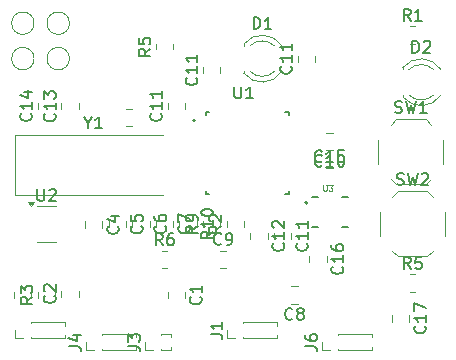
<source format=gbr>
%TF.GenerationSoftware,KiCad,Pcbnew,8.0.8*%
%TF.CreationDate,2025-07-31T23:02:19+05:30*%
%TF.ProjectId,THRUST FC,54485255-5354-4204-9643-2e6b69636164,rev?*%
%TF.SameCoordinates,Original*%
%TF.FileFunction,Legend,Top*%
%TF.FilePolarity,Positive*%
%FSLAX46Y46*%
G04 Gerber Fmt 4.6, Leading zero omitted, Abs format (unit mm)*
G04 Created by KiCad (PCBNEW 8.0.8) date 2025-07-31 23:02:19*
%MOMM*%
%LPD*%
G01*
G04 APERTURE LIST*
%ADD10C,0.150000*%
%ADD11C,0.120000*%
%ADD12C,0.127000*%
%ADD13C,0.200000*%
G04 APERTURE END LIST*
D10*
X122679580Y-86642857D02*
X122727200Y-86690476D01*
X122727200Y-86690476D02*
X122774819Y-86833333D01*
X122774819Y-86833333D02*
X122774819Y-86928571D01*
X122774819Y-86928571D02*
X122727200Y-87071428D01*
X122727200Y-87071428D02*
X122631961Y-87166666D01*
X122631961Y-87166666D02*
X122536723Y-87214285D01*
X122536723Y-87214285D02*
X122346247Y-87261904D01*
X122346247Y-87261904D02*
X122203390Y-87261904D01*
X122203390Y-87261904D02*
X122012914Y-87214285D01*
X122012914Y-87214285D02*
X121917676Y-87166666D01*
X121917676Y-87166666D02*
X121822438Y-87071428D01*
X121822438Y-87071428D02*
X121774819Y-86928571D01*
X121774819Y-86928571D02*
X121774819Y-86833333D01*
X121774819Y-86833333D02*
X121822438Y-86690476D01*
X121822438Y-86690476D02*
X121870057Y-86642857D01*
X122774819Y-85690476D02*
X122774819Y-86261904D01*
X122774819Y-85976190D02*
X121774819Y-85976190D01*
X121774819Y-85976190D02*
X121917676Y-86071428D01*
X121917676Y-86071428D02*
X122012914Y-86166666D01*
X122012914Y-86166666D02*
X122060533Y-86261904D01*
X122774819Y-84738095D02*
X122774819Y-85309523D01*
X122774819Y-85023809D02*
X121774819Y-85023809D01*
X121774819Y-85023809D02*
X121917676Y-85119047D01*
X121917676Y-85119047D02*
X122012914Y-85214285D01*
X122012914Y-85214285D02*
X122060533Y-85309523D01*
X105523809Y-91428628D02*
X105523809Y-91904819D01*
X105190476Y-90904819D02*
X105523809Y-91428628D01*
X105523809Y-91428628D02*
X105857142Y-90904819D01*
X106714285Y-91904819D02*
X106142857Y-91904819D01*
X106428571Y-91904819D02*
X106428571Y-90904819D01*
X106428571Y-90904819D02*
X106333333Y-91047676D01*
X106333333Y-91047676D02*
X106238095Y-91142914D01*
X106238095Y-91142914D02*
X106142857Y-91190533D01*
X122833333Y-108039580D02*
X122785714Y-108087200D01*
X122785714Y-108087200D02*
X122642857Y-108134819D01*
X122642857Y-108134819D02*
X122547619Y-108134819D01*
X122547619Y-108134819D02*
X122404762Y-108087200D01*
X122404762Y-108087200D02*
X122309524Y-107991961D01*
X122309524Y-107991961D02*
X122261905Y-107896723D01*
X122261905Y-107896723D02*
X122214286Y-107706247D01*
X122214286Y-107706247D02*
X122214286Y-107563390D01*
X122214286Y-107563390D02*
X122261905Y-107372914D01*
X122261905Y-107372914D02*
X122309524Y-107277676D01*
X122309524Y-107277676D02*
X122404762Y-107182438D01*
X122404762Y-107182438D02*
X122547619Y-107134819D01*
X122547619Y-107134819D02*
X122642857Y-107134819D01*
X122642857Y-107134819D02*
X122785714Y-107182438D01*
X122785714Y-107182438D02*
X122833333Y-107230057D01*
X123404762Y-107563390D02*
X123309524Y-107515771D01*
X123309524Y-107515771D02*
X123261905Y-107468152D01*
X123261905Y-107468152D02*
X123214286Y-107372914D01*
X123214286Y-107372914D02*
X123214286Y-107325295D01*
X123214286Y-107325295D02*
X123261905Y-107230057D01*
X123261905Y-107230057D02*
X123309524Y-107182438D01*
X123309524Y-107182438D02*
X123404762Y-107134819D01*
X123404762Y-107134819D02*
X123595238Y-107134819D01*
X123595238Y-107134819D02*
X123690476Y-107182438D01*
X123690476Y-107182438D02*
X123738095Y-107230057D01*
X123738095Y-107230057D02*
X123785714Y-107325295D01*
X123785714Y-107325295D02*
X123785714Y-107372914D01*
X123785714Y-107372914D02*
X123738095Y-107468152D01*
X123738095Y-107468152D02*
X123690476Y-107515771D01*
X123690476Y-107515771D02*
X123595238Y-107563390D01*
X123595238Y-107563390D02*
X123404762Y-107563390D01*
X123404762Y-107563390D02*
X123309524Y-107611009D01*
X123309524Y-107611009D02*
X123261905Y-107658628D01*
X123261905Y-107658628D02*
X123214286Y-107753866D01*
X123214286Y-107753866D02*
X123214286Y-107944342D01*
X123214286Y-107944342D02*
X123261905Y-108039580D01*
X123261905Y-108039580D02*
X123309524Y-108087200D01*
X123309524Y-108087200D02*
X123404762Y-108134819D01*
X123404762Y-108134819D02*
X123595238Y-108134819D01*
X123595238Y-108134819D02*
X123690476Y-108087200D01*
X123690476Y-108087200D02*
X123738095Y-108039580D01*
X123738095Y-108039580D02*
X123785714Y-107944342D01*
X123785714Y-107944342D02*
X123785714Y-107753866D01*
X123785714Y-107753866D02*
X123738095Y-107658628D01*
X123738095Y-107658628D02*
X123690476Y-107611009D01*
X123690476Y-107611009D02*
X123595238Y-107563390D01*
X116804819Y-100166666D02*
X116328628Y-100499999D01*
X116804819Y-100738094D02*
X115804819Y-100738094D01*
X115804819Y-100738094D02*
X115804819Y-100357142D01*
X115804819Y-100357142D02*
X115852438Y-100261904D01*
X115852438Y-100261904D02*
X115900057Y-100214285D01*
X115900057Y-100214285D02*
X115995295Y-100166666D01*
X115995295Y-100166666D02*
X116138152Y-100166666D01*
X116138152Y-100166666D02*
X116233390Y-100214285D01*
X116233390Y-100214285D02*
X116281009Y-100261904D01*
X116281009Y-100261904D02*
X116328628Y-100357142D01*
X116328628Y-100357142D02*
X116328628Y-100738094D01*
X115900057Y-99785713D02*
X115852438Y-99738094D01*
X115852438Y-99738094D02*
X115804819Y-99642856D01*
X115804819Y-99642856D02*
X115804819Y-99404761D01*
X115804819Y-99404761D02*
X115852438Y-99309523D01*
X115852438Y-99309523D02*
X115900057Y-99261904D01*
X115900057Y-99261904D02*
X115995295Y-99214285D01*
X115995295Y-99214285D02*
X116090533Y-99214285D01*
X116090533Y-99214285D02*
X116233390Y-99261904D01*
X116233390Y-99261904D02*
X116804819Y-99833332D01*
X116804819Y-99833332D02*
X116804819Y-99214285D01*
X124039580Y-101642857D02*
X124087200Y-101690476D01*
X124087200Y-101690476D02*
X124134819Y-101833333D01*
X124134819Y-101833333D02*
X124134819Y-101928571D01*
X124134819Y-101928571D02*
X124087200Y-102071428D01*
X124087200Y-102071428D02*
X123991961Y-102166666D01*
X123991961Y-102166666D02*
X123896723Y-102214285D01*
X123896723Y-102214285D02*
X123706247Y-102261904D01*
X123706247Y-102261904D02*
X123563390Y-102261904D01*
X123563390Y-102261904D02*
X123372914Y-102214285D01*
X123372914Y-102214285D02*
X123277676Y-102166666D01*
X123277676Y-102166666D02*
X123182438Y-102071428D01*
X123182438Y-102071428D02*
X123134819Y-101928571D01*
X123134819Y-101928571D02*
X123134819Y-101833333D01*
X123134819Y-101833333D02*
X123182438Y-101690476D01*
X123182438Y-101690476D02*
X123230057Y-101642857D01*
X124134819Y-100690476D02*
X124134819Y-101261904D01*
X124134819Y-100976190D02*
X123134819Y-100976190D01*
X123134819Y-100976190D02*
X123277676Y-101071428D01*
X123277676Y-101071428D02*
X123372914Y-101166666D01*
X123372914Y-101166666D02*
X123420533Y-101261904D01*
X124134819Y-99738095D02*
X124134819Y-100309523D01*
X124134819Y-100023809D02*
X123134819Y-100023809D01*
X123134819Y-100023809D02*
X123277676Y-100119047D01*
X123277676Y-100119047D02*
X123372914Y-100214285D01*
X123372914Y-100214285D02*
X123420533Y-100309523D01*
X132833333Y-103804819D02*
X132500000Y-103328628D01*
X132261905Y-103804819D02*
X132261905Y-102804819D01*
X132261905Y-102804819D02*
X132642857Y-102804819D01*
X132642857Y-102804819D02*
X132738095Y-102852438D01*
X132738095Y-102852438D02*
X132785714Y-102900057D01*
X132785714Y-102900057D02*
X132833333Y-102995295D01*
X132833333Y-102995295D02*
X132833333Y-103138152D01*
X132833333Y-103138152D02*
X132785714Y-103233390D01*
X132785714Y-103233390D02*
X132738095Y-103281009D01*
X132738095Y-103281009D02*
X132642857Y-103328628D01*
X132642857Y-103328628D02*
X132261905Y-103328628D01*
X133738095Y-102804819D02*
X133261905Y-102804819D01*
X133261905Y-102804819D02*
X133214286Y-103281009D01*
X133214286Y-103281009D02*
X133261905Y-103233390D01*
X133261905Y-103233390D02*
X133357143Y-103185771D01*
X133357143Y-103185771D02*
X133595238Y-103185771D01*
X133595238Y-103185771D02*
X133690476Y-103233390D01*
X133690476Y-103233390D02*
X133738095Y-103281009D01*
X133738095Y-103281009D02*
X133785714Y-103376247D01*
X133785714Y-103376247D02*
X133785714Y-103614342D01*
X133785714Y-103614342D02*
X133738095Y-103709580D01*
X133738095Y-103709580D02*
X133690476Y-103757200D01*
X133690476Y-103757200D02*
X133595238Y-103804819D01*
X133595238Y-103804819D02*
X133357143Y-103804819D01*
X133357143Y-103804819D02*
X133261905Y-103757200D01*
X133261905Y-103757200D02*
X133214286Y-103709580D01*
X119531905Y-83494819D02*
X119531905Y-82494819D01*
X119531905Y-82494819D02*
X119770000Y-82494819D01*
X119770000Y-82494819D02*
X119912857Y-82542438D01*
X119912857Y-82542438D02*
X120008095Y-82637676D01*
X120008095Y-82637676D02*
X120055714Y-82732914D01*
X120055714Y-82732914D02*
X120103333Y-82923390D01*
X120103333Y-82923390D02*
X120103333Y-83066247D01*
X120103333Y-83066247D02*
X120055714Y-83256723D01*
X120055714Y-83256723D02*
X120008095Y-83351961D01*
X120008095Y-83351961D02*
X119912857Y-83447200D01*
X119912857Y-83447200D02*
X119770000Y-83494819D01*
X119770000Y-83494819D02*
X119531905Y-83494819D01*
X121055714Y-83494819D02*
X120484286Y-83494819D01*
X120770000Y-83494819D02*
X120770000Y-82494819D01*
X120770000Y-82494819D02*
X120674762Y-82637676D01*
X120674762Y-82637676D02*
X120579524Y-82732914D01*
X120579524Y-82732914D02*
X120484286Y-82780533D01*
X102679580Y-90680357D02*
X102727200Y-90727976D01*
X102727200Y-90727976D02*
X102774819Y-90870833D01*
X102774819Y-90870833D02*
X102774819Y-90966071D01*
X102774819Y-90966071D02*
X102727200Y-91108928D01*
X102727200Y-91108928D02*
X102631961Y-91204166D01*
X102631961Y-91204166D02*
X102536723Y-91251785D01*
X102536723Y-91251785D02*
X102346247Y-91299404D01*
X102346247Y-91299404D02*
X102203390Y-91299404D01*
X102203390Y-91299404D02*
X102012914Y-91251785D01*
X102012914Y-91251785D02*
X101917676Y-91204166D01*
X101917676Y-91204166D02*
X101822438Y-91108928D01*
X101822438Y-91108928D02*
X101774819Y-90966071D01*
X101774819Y-90966071D02*
X101774819Y-90870833D01*
X101774819Y-90870833D02*
X101822438Y-90727976D01*
X101822438Y-90727976D02*
X101870057Y-90680357D01*
X102774819Y-89727976D02*
X102774819Y-90299404D01*
X102774819Y-90013690D02*
X101774819Y-90013690D01*
X101774819Y-90013690D02*
X101917676Y-90108928D01*
X101917676Y-90108928D02*
X102012914Y-90204166D01*
X102012914Y-90204166D02*
X102060533Y-90299404D01*
X101774819Y-89394642D02*
X101774819Y-88775595D01*
X101774819Y-88775595D02*
X102155771Y-89108928D01*
X102155771Y-89108928D02*
X102155771Y-88966071D01*
X102155771Y-88966071D02*
X102203390Y-88870833D01*
X102203390Y-88870833D02*
X102251009Y-88823214D01*
X102251009Y-88823214D02*
X102346247Y-88775595D01*
X102346247Y-88775595D02*
X102584342Y-88775595D01*
X102584342Y-88775595D02*
X102679580Y-88823214D01*
X102679580Y-88823214D02*
X102727200Y-88870833D01*
X102727200Y-88870833D02*
X102774819Y-88966071D01*
X102774819Y-88966071D02*
X102774819Y-89251785D01*
X102774819Y-89251785D02*
X102727200Y-89347023D01*
X102727200Y-89347023D02*
X102679580Y-89394642D01*
X125319642Y-95039580D02*
X125272023Y-95087200D01*
X125272023Y-95087200D02*
X125129166Y-95134819D01*
X125129166Y-95134819D02*
X125033928Y-95134819D01*
X125033928Y-95134819D02*
X124891071Y-95087200D01*
X124891071Y-95087200D02*
X124795833Y-94991961D01*
X124795833Y-94991961D02*
X124748214Y-94896723D01*
X124748214Y-94896723D02*
X124700595Y-94706247D01*
X124700595Y-94706247D02*
X124700595Y-94563390D01*
X124700595Y-94563390D02*
X124748214Y-94372914D01*
X124748214Y-94372914D02*
X124795833Y-94277676D01*
X124795833Y-94277676D02*
X124891071Y-94182438D01*
X124891071Y-94182438D02*
X125033928Y-94134819D01*
X125033928Y-94134819D02*
X125129166Y-94134819D01*
X125129166Y-94134819D02*
X125272023Y-94182438D01*
X125272023Y-94182438D02*
X125319642Y-94230057D01*
X126272023Y-95134819D02*
X125700595Y-95134819D01*
X125986309Y-95134819D02*
X125986309Y-94134819D01*
X125986309Y-94134819D02*
X125891071Y-94277676D01*
X125891071Y-94277676D02*
X125795833Y-94372914D01*
X125795833Y-94372914D02*
X125700595Y-94420533D01*
X126891071Y-94134819D02*
X126986309Y-94134819D01*
X126986309Y-94134819D02*
X127081547Y-94182438D01*
X127081547Y-94182438D02*
X127129166Y-94230057D01*
X127129166Y-94230057D02*
X127176785Y-94325295D01*
X127176785Y-94325295D02*
X127224404Y-94515771D01*
X127224404Y-94515771D02*
X127224404Y-94753866D01*
X127224404Y-94753866D02*
X127176785Y-94944342D01*
X127176785Y-94944342D02*
X127129166Y-95039580D01*
X127129166Y-95039580D02*
X127081547Y-95087200D01*
X127081547Y-95087200D02*
X126986309Y-95134819D01*
X126986309Y-95134819D02*
X126891071Y-95134819D01*
X126891071Y-95134819D02*
X126795833Y-95087200D01*
X126795833Y-95087200D02*
X126748214Y-95039580D01*
X126748214Y-95039580D02*
X126700595Y-94944342D01*
X126700595Y-94944342D02*
X126652976Y-94753866D01*
X126652976Y-94753866D02*
X126652976Y-94515771D01*
X126652976Y-94515771D02*
X126700595Y-94325295D01*
X126700595Y-94325295D02*
X126748214Y-94230057D01*
X126748214Y-94230057D02*
X126795833Y-94182438D01*
X126795833Y-94182438D02*
X126891071Y-94134819D01*
X110039580Y-100166666D02*
X110087200Y-100214285D01*
X110087200Y-100214285D02*
X110134819Y-100357142D01*
X110134819Y-100357142D02*
X110134819Y-100452380D01*
X110134819Y-100452380D02*
X110087200Y-100595237D01*
X110087200Y-100595237D02*
X109991961Y-100690475D01*
X109991961Y-100690475D02*
X109896723Y-100738094D01*
X109896723Y-100738094D02*
X109706247Y-100785713D01*
X109706247Y-100785713D02*
X109563390Y-100785713D01*
X109563390Y-100785713D02*
X109372914Y-100738094D01*
X109372914Y-100738094D02*
X109277676Y-100690475D01*
X109277676Y-100690475D02*
X109182438Y-100595237D01*
X109182438Y-100595237D02*
X109134819Y-100452380D01*
X109134819Y-100452380D02*
X109134819Y-100357142D01*
X109134819Y-100357142D02*
X109182438Y-100214285D01*
X109182438Y-100214285D02*
X109230057Y-100166666D01*
X109134819Y-99261904D02*
X109134819Y-99738094D01*
X109134819Y-99738094D02*
X109611009Y-99785713D01*
X109611009Y-99785713D02*
X109563390Y-99738094D01*
X109563390Y-99738094D02*
X109515771Y-99642856D01*
X109515771Y-99642856D02*
X109515771Y-99404761D01*
X109515771Y-99404761D02*
X109563390Y-99309523D01*
X109563390Y-99309523D02*
X109611009Y-99261904D01*
X109611009Y-99261904D02*
X109706247Y-99214285D01*
X109706247Y-99214285D02*
X109944342Y-99214285D01*
X109944342Y-99214285D02*
X110039580Y-99261904D01*
X110039580Y-99261904D02*
X110087200Y-99309523D01*
X110087200Y-99309523D02*
X110134819Y-99404761D01*
X110134819Y-99404761D02*
X110134819Y-99642856D01*
X110134819Y-99642856D02*
X110087200Y-99738094D01*
X110087200Y-99738094D02*
X110039580Y-99785713D01*
X132833333Y-82804819D02*
X132500000Y-82328628D01*
X132261905Y-82804819D02*
X132261905Y-81804819D01*
X132261905Y-81804819D02*
X132642857Y-81804819D01*
X132642857Y-81804819D02*
X132738095Y-81852438D01*
X132738095Y-81852438D02*
X132785714Y-81900057D01*
X132785714Y-81900057D02*
X132833333Y-81995295D01*
X132833333Y-81995295D02*
X132833333Y-82138152D01*
X132833333Y-82138152D02*
X132785714Y-82233390D01*
X132785714Y-82233390D02*
X132738095Y-82281009D01*
X132738095Y-82281009D02*
X132642857Y-82328628D01*
X132642857Y-82328628D02*
X132261905Y-82328628D01*
X133785714Y-82804819D02*
X133214286Y-82804819D01*
X133500000Y-82804819D02*
X133500000Y-81804819D01*
X133500000Y-81804819D02*
X133404762Y-81947676D01*
X133404762Y-81947676D02*
X133309524Y-82042914D01*
X133309524Y-82042914D02*
X133214286Y-82090533D01*
X115894819Y-109333333D02*
X116609104Y-109333333D01*
X116609104Y-109333333D02*
X116751961Y-109380952D01*
X116751961Y-109380952D02*
X116847200Y-109476190D01*
X116847200Y-109476190D02*
X116894819Y-109619047D01*
X116894819Y-109619047D02*
X116894819Y-109714285D01*
X116894819Y-108333333D02*
X116894819Y-108904761D01*
X116894819Y-108619047D02*
X115894819Y-108619047D01*
X115894819Y-108619047D02*
X116037676Y-108714285D01*
X116037676Y-108714285D02*
X116132914Y-108809523D01*
X116132914Y-108809523D02*
X116180533Y-108904761D01*
X117920595Y-88374819D02*
X117920595Y-89184342D01*
X117920595Y-89184342D02*
X117968214Y-89279580D01*
X117968214Y-89279580D02*
X118015833Y-89327200D01*
X118015833Y-89327200D02*
X118111071Y-89374819D01*
X118111071Y-89374819D02*
X118301547Y-89374819D01*
X118301547Y-89374819D02*
X118396785Y-89327200D01*
X118396785Y-89327200D02*
X118444404Y-89279580D01*
X118444404Y-89279580D02*
X118492023Y-89184342D01*
X118492023Y-89184342D02*
X118492023Y-88374819D01*
X119492023Y-89374819D02*
X118920595Y-89374819D01*
X119206309Y-89374819D02*
X119206309Y-88374819D01*
X119206309Y-88374819D02*
X119111071Y-88517676D01*
X119111071Y-88517676D02*
X119015833Y-88612914D01*
X119015833Y-88612914D02*
X118920595Y-88660533D01*
X131516667Y-90557200D02*
X131659524Y-90604819D01*
X131659524Y-90604819D02*
X131897619Y-90604819D01*
X131897619Y-90604819D02*
X131992857Y-90557200D01*
X131992857Y-90557200D02*
X132040476Y-90509580D01*
X132040476Y-90509580D02*
X132088095Y-90414342D01*
X132088095Y-90414342D02*
X132088095Y-90319104D01*
X132088095Y-90319104D02*
X132040476Y-90223866D01*
X132040476Y-90223866D02*
X131992857Y-90176247D01*
X131992857Y-90176247D02*
X131897619Y-90128628D01*
X131897619Y-90128628D02*
X131707143Y-90081009D01*
X131707143Y-90081009D02*
X131611905Y-90033390D01*
X131611905Y-90033390D02*
X131564286Y-89985771D01*
X131564286Y-89985771D02*
X131516667Y-89890533D01*
X131516667Y-89890533D02*
X131516667Y-89795295D01*
X131516667Y-89795295D02*
X131564286Y-89700057D01*
X131564286Y-89700057D02*
X131611905Y-89652438D01*
X131611905Y-89652438D02*
X131707143Y-89604819D01*
X131707143Y-89604819D02*
X131945238Y-89604819D01*
X131945238Y-89604819D02*
X132088095Y-89652438D01*
X132421429Y-89604819D02*
X132659524Y-90604819D01*
X132659524Y-90604819D02*
X132850000Y-89890533D01*
X132850000Y-89890533D02*
X133040476Y-90604819D01*
X133040476Y-90604819D02*
X133278572Y-89604819D01*
X134183333Y-90604819D02*
X133611905Y-90604819D01*
X133897619Y-90604819D02*
X133897619Y-89604819D01*
X133897619Y-89604819D02*
X133802381Y-89747676D01*
X133802381Y-89747676D02*
X133707143Y-89842914D01*
X133707143Y-89842914D02*
X133611905Y-89890533D01*
X116104819Y-100642857D02*
X115628628Y-100976190D01*
X116104819Y-101214285D02*
X115104819Y-101214285D01*
X115104819Y-101214285D02*
X115104819Y-100833333D01*
X115104819Y-100833333D02*
X115152438Y-100738095D01*
X115152438Y-100738095D02*
X115200057Y-100690476D01*
X115200057Y-100690476D02*
X115295295Y-100642857D01*
X115295295Y-100642857D02*
X115438152Y-100642857D01*
X115438152Y-100642857D02*
X115533390Y-100690476D01*
X115533390Y-100690476D02*
X115581009Y-100738095D01*
X115581009Y-100738095D02*
X115628628Y-100833333D01*
X115628628Y-100833333D02*
X115628628Y-101214285D01*
X116104819Y-99690476D02*
X116104819Y-100261904D01*
X116104819Y-99976190D02*
X115104819Y-99976190D01*
X115104819Y-99976190D02*
X115247676Y-100071428D01*
X115247676Y-100071428D02*
X115342914Y-100166666D01*
X115342914Y-100166666D02*
X115390533Y-100261904D01*
X115104819Y-99071428D02*
X115104819Y-98976190D01*
X115104819Y-98976190D02*
X115152438Y-98880952D01*
X115152438Y-98880952D02*
X115200057Y-98833333D01*
X115200057Y-98833333D02*
X115295295Y-98785714D01*
X115295295Y-98785714D02*
X115485771Y-98738095D01*
X115485771Y-98738095D02*
X115723866Y-98738095D01*
X115723866Y-98738095D02*
X115914342Y-98785714D01*
X115914342Y-98785714D02*
X116009580Y-98833333D01*
X116009580Y-98833333D02*
X116057200Y-98880952D01*
X116057200Y-98880952D02*
X116104819Y-98976190D01*
X116104819Y-98976190D02*
X116104819Y-99071428D01*
X116104819Y-99071428D02*
X116057200Y-99166666D01*
X116057200Y-99166666D02*
X116009580Y-99214285D01*
X116009580Y-99214285D02*
X115914342Y-99261904D01*
X115914342Y-99261904D02*
X115723866Y-99309523D01*
X115723866Y-99309523D02*
X115485771Y-99309523D01*
X115485771Y-99309523D02*
X115295295Y-99261904D01*
X115295295Y-99261904D02*
X115200057Y-99214285D01*
X115200057Y-99214285D02*
X115152438Y-99166666D01*
X115152438Y-99166666D02*
X115104819Y-99071428D01*
X103894819Y-110333333D02*
X104609104Y-110333333D01*
X104609104Y-110333333D02*
X104751961Y-110380952D01*
X104751961Y-110380952D02*
X104847200Y-110476190D01*
X104847200Y-110476190D02*
X104894819Y-110619047D01*
X104894819Y-110619047D02*
X104894819Y-110714285D01*
X104228152Y-109428571D02*
X104894819Y-109428571D01*
X103847200Y-109666666D02*
X104561485Y-109904761D01*
X104561485Y-109904761D02*
X104561485Y-109285714D01*
D11*
X125458286Y-96731017D02*
X125458286Y-97119588D01*
X125458286Y-97119588D02*
X125481143Y-97165302D01*
X125481143Y-97165302D02*
X125504001Y-97188160D01*
X125504001Y-97188160D02*
X125549715Y-97211017D01*
X125549715Y-97211017D02*
X125641143Y-97211017D01*
X125641143Y-97211017D02*
X125686858Y-97188160D01*
X125686858Y-97188160D02*
X125709715Y-97165302D01*
X125709715Y-97165302D02*
X125732572Y-97119588D01*
X125732572Y-97119588D02*
X125732572Y-96731017D01*
X125915429Y-96731017D02*
X126212572Y-96731017D01*
X126212572Y-96731017D02*
X126052572Y-96913874D01*
X126052572Y-96913874D02*
X126121143Y-96913874D01*
X126121143Y-96913874D02*
X126166858Y-96936731D01*
X126166858Y-96936731D02*
X126189715Y-96959588D01*
X126189715Y-96959588D02*
X126212572Y-97005302D01*
X126212572Y-97005302D02*
X126212572Y-97119588D01*
X126212572Y-97119588D02*
X126189715Y-97165302D01*
X126189715Y-97165302D02*
X126166858Y-97188160D01*
X126166858Y-97188160D02*
X126121143Y-97211017D01*
X126121143Y-97211017D02*
X125984000Y-97211017D01*
X125984000Y-97211017D02*
X125938286Y-97188160D01*
X125938286Y-97188160D02*
X125915429Y-97165302D01*
D10*
X131666667Y-96657200D02*
X131809524Y-96704819D01*
X131809524Y-96704819D02*
X132047619Y-96704819D01*
X132047619Y-96704819D02*
X132142857Y-96657200D01*
X132142857Y-96657200D02*
X132190476Y-96609580D01*
X132190476Y-96609580D02*
X132238095Y-96514342D01*
X132238095Y-96514342D02*
X132238095Y-96419104D01*
X132238095Y-96419104D02*
X132190476Y-96323866D01*
X132190476Y-96323866D02*
X132142857Y-96276247D01*
X132142857Y-96276247D02*
X132047619Y-96228628D01*
X132047619Y-96228628D02*
X131857143Y-96181009D01*
X131857143Y-96181009D02*
X131761905Y-96133390D01*
X131761905Y-96133390D02*
X131714286Y-96085771D01*
X131714286Y-96085771D02*
X131666667Y-95990533D01*
X131666667Y-95990533D02*
X131666667Y-95895295D01*
X131666667Y-95895295D02*
X131714286Y-95800057D01*
X131714286Y-95800057D02*
X131761905Y-95752438D01*
X131761905Y-95752438D02*
X131857143Y-95704819D01*
X131857143Y-95704819D02*
X132095238Y-95704819D01*
X132095238Y-95704819D02*
X132238095Y-95752438D01*
X132571429Y-95704819D02*
X132809524Y-96704819D01*
X132809524Y-96704819D02*
X133000000Y-95990533D01*
X133000000Y-95990533D02*
X133190476Y-96704819D01*
X133190476Y-96704819D02*
X133428572Y-95704819D01*
X133761905Y-95800057D02*
X133809524Y-95752438D01*
X133809524Y-95752438D02*
X133904762Y-95704819D01*
X133904762Y-95704819D02*
X134142857Y-95704819D01*
X134142857Y-95704819D02*
X134238095Y-95752438D01*
X134238095Y-95752438D02*
X134285714Y-95800057D01*
X134285714Y-95800057D02*
X134333333Y-95895295D01*
X134333333Y-95895295D02*
X134333333Y-95990533D01*
X134333333Y-95990533D02*
X134285714Y-96133390D01*
X134285714Y-96133390D02*
X133714286Y-96704819D01*
X133714286Y-96704819D02*
X134333333Y-96704819D01*
X115039580Y-106166666D02*
X115087200Y-106214285D01*
X115087200Y-106214285D02*
X115134819Y-106357142D01*
X115134819Y-106357142D02*
X115134819Y-106452380D01*
X115134819Y-106452380D02*
X115087200Y-106595237D01*
X115087200Y-106595237D02*
X114991961Y-106690475D01*
X114991961Y-106690475D02*
X114896723Y-106738094D01*
X114896723Y-106738094D02*
X114706247Y-106785713D01*
X114706247Y-106785713D02*
X114563390Y-106785713D01*
X114563390Y-106785713D02*
X114372914Y-106738094D01*
X114372914Y-106738094D02*
X114277676Y-106690475D01*
X114277676Y-106690475D02*
X114182438Y-106595237D01*
X114182438Y-106595237D02*
X114134819Y-106452380D01*
X114134819Y-106452380D02*
X114134819Y-106357142D01*
X114134819Y-106357142D02*
X114182438Y-106214285D01*
X114182438Y-106214285D02*
X114230057Y-106166666D01*
X115134819Y-105214285D02*
X115134819Y-105785713D01*
X115134819Y-105499999D02*
X114134819Y-105499999D01*
X114134819Y-105499999D02*
X114277676Y-105595237D01*
X114277676Y-105595237D02*
X114372914Y-105690475D01*
X114372914Y-105690475D02*
X114420533Y-105785713D01*
X123894819Y-110333333D02*
X124609104Y-110333333D01*
X124609104Y-110333333D02*
X124751961Y-110380952D01*
X124751961Y-110380952D02*
X124847200Y-110476190D01*
X124847200Y-110476190D02*
X124894819Y-110619047D01*
X124894819Y-110619047D02*
X124894819Y-110714285D01*
X123894819Y-109428571D02*
X123894819Y-109619047D01*
X123894819Y-109619047D02*
X123942438Y-109714285D01*
X123942438Y-109714285D02*
X123990057Y-109761904D01*
X123990057Y-109761904D02*
X124132914Y-109857142D01*
X124132914Y-109857142D02*
X124323390Y-109904761D01*
X124323390Y-109904761D02*
X124704342Y-109904761D01*
X124704342Y-109904761D02*
X124799580Y-109857142D01*
X124799580Y-109857142D02*
X124847200Y-109809523D01*
X124847200Y-109809523D02*
X124894819Y-109714285D01*
X124894819Y-109714285D02*
X124894819Y-109523809D01*
X124894819Y-109523809D02*
X124847200Y-109428571D01*
X124847200Y-109428571D02*
X124799580Y-109380952D01*
X124799580Y-109380952D02*
X124704342Y-109333333D01*
X124704342Y-109333333D02*
X124466247Y-109333333D01*
X124466247Y-109333333D02*
X124371009Y-109380952D01*
X124371009Y-109380952D02*
X124323390Y-109428571D01*
X124323390Y-109428571D02*
X124275771Y-109523809D01*
X124275771Y-109523809D02*
X124275771Y-109714285D01*
X124275771Y-109714285D02*
X124323390Y-109809523D01*
X124323390Y-109809523D02*
X124371009Y-109857142D01*
X124371009Y-109857142D02*
X124466247Y-109904761D01*
X114804819Y-100166666D02*
X114328628Y-100499999D01*
X114804819Y-100738094D02*
X113804819Y-100738094D01*
X113804819Y-100738094D02*
X113804819Y-100357142D01*
X113804819Y-100357142D02*
X113852438Y-100261904D01*
X113852438Y-100261904D02*
X113900057Y-100214285D01*
X113900057Y-100214285D02*
X113995295Y-100166666D01*
X113995295Y-100166666D02*
X114138152Y-100166666D01*
X114138152Y-100166666D02*
X114233390Y-100214285D01*
X114233390Y-100214285D02*
X114281009Y-100261904D01*
X114281009Y-100261904D02*
X114328628Y-100357142D01*
X114328628Y-100357142D02*
X114328628Y-100738094D01*
X114804819Y-99690475D02*
X114804819Y-99499999D01*
X114804819Y-99499999D02*
X114757200Y-99404761D01*
X114757200Y-99404761D02*
X114709580Y-99357142D01*
X114709580Y-99357142D02*
X114566723Y-99261904D01*
X114566723Y-99261904D02*
X114376247Y-99214285D01*
X114376247Y-99214285D02*
X113995295Y-99214285D01*
X113995295Y-99214285D02*
X113900057Y-99261904D01*
X113900057Y-99261904D02*
X113852438Y-99309523D01*
X113852438Y-99309523D02*
X113804819Y-99404761D01*
X113804819Y-99404761D02*
X113804819Y-99595237D01*
X113804819Y-99595237D02*
X113852438Y-99690475D01*
X113852438Y-99690475D02*
X113900057Y-99738094D01*
X113900057Y-99738094D02*
X113995295Y-99785713D01*
X113995295Y-99785713D02*
X114233390Y-99785713D01*
X114233390Y-99785713D02*
X114328628Y-99738094D01*
X114328628Y-99738094D02*
X114376247Y-99690475D01*
X114376247Y-99690475D02*
X114423866Y-99595237D01*
X114423866Y-99595237D02*
X114423866Y-99404761D01*
X114423866Y-99404761D02*
X114376247Y-99309523D01*
X114376247Y-99309523D02*
X114328628Y-99261904D01*
X114328628Y-99261904D02*
X114233390Y-99214285D01*
X134039580Y-108642857D02*
X134087200Y-108690476D01*
X134087200Y-108690476D02*
X134134819Y-108833333D01*
X134134819Y-108833333D02*
X134134819Y-108928571D01*
X134134819Y-108928571D02*
X134087200Y-109071428D01*
X134087200Y-109071428D02*
X133991961Y-109166666D01*
X133991961Y-109166666D02*
X133896723Y-109214285D01*
X133896723Y-109214285D02*
X133706247Y-109261904D01*
X133706247Y-109261904D02*
X133563390Y-109261904D01*
X133563390Y-109261904D02*
X133372914Y-109214285D01*
X133372914Y-109214285D02*
X133277676Y-109166666D01*
X133277676Y-109166666D02*
X133182438Y-109071428D01*
X133182438Y-109071428D02*
X133134819Y-108928571D01*
X133134819Y-108928571D02*
X133134819Y-108833333D01*
X133134819Y-108833333D02*
X133182438Y-108690476D01*
X133182438Y-108690476D02*
X133230057Y-108642857D01*
X134134819Y-107690476D02*
X134134819Y-108261904D01*
X134134819Y-107976190D02*
X133134819Y-107976190D01*
X133134819Y-107976190D02*
X133277676Y-108071428D01*
X133277676Y-108071428D02*
X133372914Y-108166666D01*
X133372914Y-108166666D02*
X133420533Y-108261904D01*
X133134819Y-107357142D02*
X133134819Y-106690476D01*
X133134819Y-106690476D02*
X134134819Y-107119047D01*
X122039580Y-101642857D02*
X122087200Y-101690476D01*
X122087200Y-101690476D02*
X122134819Y-101833333D01*
X122134819Y-101833333D02*
X122134819Y-101928571D01*
X122134819Y-101928571D02*
X122087200Y-102071428D01*
X122087200Y-102071428D02*
X121991961Y-102166666D01*
X121991961Y-102166666D02*
X121896723Y-102214285D01*
X121896723Y-102214285D02*
X121706247Y-102261904D01*
X121706247Y-102261904D02*
X121563390Y-102261904D01*
X121563390Y-102261904D02*
X121372914Y-102214285D01*
X121372914Y-102214285D02*
X121277676Y-102166666D01*
X121277676Y-102166666D02*
X121182438Y-102071428D01*
X121182438Y-102071428D02*
X121134819Y-101928571D01*
X121134819Y-101928571D02*
X121134819Y-101833333D01*
X121134819Y-101833333D02*
X121182438Y-101690476D01*
X121182438Y-101690476D02*
X121230057Y-101642857D01*
X122134819Y-100690476D02*
X122134819Y-101261904D01*
X122134819Y-100976190D02*
X121134819Y-100976190D01*
X121134819Y-100976190D02*
X121277676Y-101071428D01*
X121277676Y-101071428D02*
X121372914Y-101166666D01*
X121372914Y-101166666D02*
X121420533Y-101261904D01*
X121230057Y-100309523D02*
X121182438Y-100261904D01*
X121182438Y-100261904D02*
X121134819Y-100166666D01*
X121134819Y-100166666D02*
X121134819Y-99928571D01*
X121134819Y-99928571D02*
X121182438Y-99833333D01*
X121182438Y-99833333D02*
X121230057Y-99785714D01*
X121230057Y-99785714D02*
X121325295Y-99738095D01*
X121325295Y-99738095D02*
X121420533Y-99738095D01*
X121420533Y-99738095D02*
X121563390Y-99785714D01*
X121563390Y-99785714D02*
X122134819Y-100357142D01*
X122134819Y-100357142D02*
X122134819Y-99738095D01*
X110804819Y-85166666D02*
X110328628Y-85499999D01*
X110804819Y-85738094D02*
X109804819Y-85738094D01*
X109804819Y-85738094D02*
X109804819Y-85357142D01*
X109804819Y-85357142D02*
X109852438Y-85261904D01*
X109852438Y-85261904D02*
X109900057Y-85214285D01*
X109900057Y-85214285D02*
X109995295Y-85166666D01*
X109995295Y-85166666D02*
X110138152Y-85166666D01*
X110138152Y-85166666D02*
X110233390Y-85214285D01*
X110233390Y-85214285D02*
X110281009Y-85261904D01*
X110281009Y-85261904D02*
X110328628Y-85357142D01*
X110328628Y-85357142D02*
X110328628Y-85738094D01*
X109804819Y-84261904D02*
X109804819Y-84738094D01*
X109804819Y-84738094D02*
X110281009Y-84785713D01*
X110281009Y-84785713D02*
X110233390Y-84738094D01*
X110233390Y-84738094D02*
X110185771Y-84642856D01*
X110185771Y-84642856D02*
X110185771Y-84404761D01*
X110185771Y-84404761D02*
X110233390Y-84309523D01*
X110233390Y-84309523D02*
X110281009Y-84261904D01*
X110281009Y-84261904D02*
X110376247Y-84214285D01*
X110376247Y-84214285D02*
X110614342Y-84214285D01*
X110614342Y-84214285D02*
X110709580Y-84261904D01*
X110709580Y-84261904D02*
X110757200Y-84309523D01*
X110757200Y-84309523D02*
X110804819Y-84404761D01*
X110804819Y-84404761D02*
X110804819Y-84642856D01*
X110804819Y-84642856D02*
X110757200Y-84738094D01*
X110757200Y-84738094D02*
X110709580Y-84785713D01*
X111833333Y-101804819D02*
X111500000Y-101328628D01*
X111261905Y-101804819D02*
X111261905Y-100804819D01*
X111261905Y-100804819D02*
X111642857Y-100804819D01*
X111642857Y-100804819D02*
X111738095Y-100852438D01*
X111738095Y-100852438D02*
X111785714Y-100900057D01*
X111785714Y-100900057D02*
X111833333Y-100995295D01*
X111833333Y-100995295D02*
X111833333Y-101138152D01*
X111833333Y-101138152D02*
X111785714Y-101233390D01*
X111785714Y-101233390D02*
X111738095Y-101281009D01*
X111738095Y-101281009D02*
X111642857Y-101328628D01*
X111642857Y-101328628D02*
X111261905Y-101328628D01*
X112690476Y-100804819D02*
X112500000Y-100804819D01*
X112500000Y-100804819D02*
X112404762Y-100852438D01*
X112404762Y-100852438D02*
X112357143Y-100900057D01*
X112357143Y-100900057D02*
X112261905Y-101042914D01*
X112261905Y-101042914D02*
X112214286Y-101233390D01*
X112214286Y-101233390D02*
X112214286Y-101614342D01*
X112214286Y-101614342D02*
X112261905Y-101709580D01*
X112261905Y-101709580D02*
X112309524Y-101757200D01*
X112309524Y-101757200D02*
X112404762Y-101804819D01*
X112404762Y-101804819D02*
X112595238Y-101804819D01*
X112595238Y-101804819D02*
X112690476Y-101757200D01*
X112690476Y-101757200D02*
X112738095Y-101709580D01*
X112738095Y-101709580D02*
X112785714Y-101614342D01*
X112785714Y-101614342D02*
X112785714Y-101376247D01*
X112785714Y-101376247D02*
X112738095Y-101281009D01*
X112738095Y-101281009D02*
X112690476Y-101233390D01*
X112690476Y-101233390D02*
X112595238Y-101185771D01*
X112595238Y-101185771D02*
X112404762Y-101185771D01*
X112404762Y-101185771D02*
X112309524Y-101233390D01*
X112309524Y-101233390D02*
X112261905Y-101281009D01*
X112261905Y-101281009D02*
X112214286Y-101376247D01*
X112039580Y-100166666D02*
X112087200Y-100214285D01*
X112087200Y-100214285D02*
X112134819Y-100357142D01*
X112134819Y-100357142D02*
X112134819Y-100452380D01*
X112134819Y-100452380D02*
X112087200Y-100595237D01*
X112087200Y-100595237D02*
X111991961Y-100690475D01*
X111991961Y-100690475D02*
X111896723Y-100738094D01*
X111896723Y-100738094D02*
X111706247Y-100785713D01*
X111706247Y-100785713D02*
X111563390Y-100785713D01*
X111563390Y-100785713D02*
X111372914Y-100738094D01*
X111372914Y-100738094D02*
X111277676Y-100690475D01*
X111277676Y-100690475D02*
X111182438Y-100595237D01*
X111182438Y-100595237D02*
X111134819Y-100452380D01*
X111134819Y-100452380D02*
X111134819Y-100357142D01*
X111134819Y-100357142D02*
X111182438Y-100214285D01*
X111182438Y-100214285D02*
X111230057Y-100166666D01*
X111134819Y-99309523D02*
X111134819Y-99499999D01*
X111134819Y-99499999D02*
X111182438Y-99595237D01*
X111182438Y-99595237D02*
X111230057Y-99642856D01*
X111230057Y-99642856D02*
X111372914Y-99738094D01*
X111372914Y-99738094D02*
X111563390Y-99785713D01*
X111563390Y-99785713D02*
X111944342Y-99785713D01*
X111944342Y-99785713D02*
X112039580Y-99738094D01*
X112039580Y-99738094D02*
X112087200Y-99690475D01*
X112087200Y-99690475D02*
X112134819Y-99595237D01*
X112134819Y-99595237D02*
X112134819Y-99404761D01*
X112134819Y-99404761D02*
X112087200Y-99309523D01*
X112087200Y-99309523D02*
X112039580Y-99261904D01*
X112039580Y-99261904D02*
X111944342Y-99214285D01*
X111944342Y-99214285D02*
X111706247Y-99214285D01*
X111706247Y-99214285D02*
X111611009Y-99261904D01*
X111611009Y-99261904D02*
X111563390Y-99309523D01*
X111563390Y-99309523D02*
X111515771Y-99404761D01*
X111515771Y-99404761D02*
X111515771Y-99595237D01*
X111515771Y-99595237D02*
X111563390Y-99690475D01*
X111563390Y-99690475D02*
X111611009Y-99738094D01*
X111611009Y-99738094D02*
X111706247Y-99785713D01*
X114679580Y-87605357D02*
X114727200Y-87652976D01*
X114727200Y-87652976D02*
X114774819Y-87795833D01*
X114774819Y-87795833D02*
X114774819Y-87891071D01*
X114774819Y-87891071D02*
X114727200Y-88033928D01*
X114727200Y-88033928D02*
X114631961Y-88129166D01*
X114631961Y-88129166D02*
X114536723Y-88176785D01*
X114536723Y-88176785D02*
X114346247Y-88224404D01*
X114346247Y-88224404D02*
X114203390Y-88224404D01*
X114203390Y-88224404D02*
X114012914Y-88176785D01*
X114012914Y-88176785D02*
X113917676Y-88129166D01*
X113917676Y-88129166D02*
X113822438Y-88033928D01*
X113822438Y-88033928D02*
X113774819Y-87891071D01*
X113774819Y-87891071D02*
X113774819Y-87795833D01*
X113774819Y-87795833D02*
X113822438Y-87652976D01*
X113822438Y-87652976D02*
X113870057Y-87605357D01*
X114774819Y-86652976D02*
X114774819Y-87224404D01*
X114774819Y-86938690D02*
X113774819Y-86938690D01*
X113774819Y-86938690D02*
X113917676Y-87033928D01*
X113917676Y-87033928D02*
X114012914Y-87129166D01*
X114012914Y-87129166D02*
X114060533Y-87224404D01*
X114774819Y-85700595D02*
X114774819Y-86272023D01*
X114774819Y-85986309D02*
X113774819Y-85986309D01*
X113774819Y-85986309D02*
X113917676Y-86081547D01*
X113917676Y-86081547D02*
X114012914Y-86176785D01*
X114012914Y-86176785D02*
X114060533Y-86272023D01*
X108894819Y-110333333D02*
X109609104Y-110333333D01*
X109609104Y-110333333D02*
X109751961Y-110380952D01*
X109751961Y-110380952D02*
X109847200Y-110476190D01*
X109847200Y-110476190D02*
X109894819Y-110619047D01*
X109894819Y-110619047D02*
X109894819Y-110714285D01*
X108894819Y-109952380D02*
X108894819Y-109333333D01*
X108894819Y-109333333D02*
X109275771Y-109666666D01*
X109275771Y-109666666D02*
X109275771Y-109523809D01*
X109275771Y-109523809D02*
X109323390Y-109428571D01*
X109323390Y-109428571D02*
X109371009Y-109380952D01*
X109371009Y-109380952D02*
X109466247Y-109333333D01*
X109466247Y-109333333D02*
X109704342Y-109333333D01*
X109704342Y-109333333D02*
X109799580Y-109380952D01*
X109799580Y-109380952D02*
X109847200Y-109428571D01*
X109847200Y-109428571D02*
X109894819Y-109523809D01*
X109894819Y-109523809D02*
X109894819Y-109809523D01*
X109894819Y-109809523D02*
X109847200Y-109904761D01*
X109847200Y-109904761D02*
X109799580Y-109952380D01*
X111679580Y-90642857D02*
X111727200Y-90690476D01*
X111727200Y-90690476D02*
X111774819Y-90833333D01*
X111774819Y-90833333D02*
X111774819Y-90928571D01*
X111774819Y-90928571D02*
X111727200Y-91071428D01*
X111727200Y-91071428D02*
X111631961Y-91166666D01*
X111631961Y-91166666D02*
X111536723Y-91214285D01*
X111536723Y-91214285D02*
X111346247Y-91261904D01*
X111346247Y-91261904D02*
X111203390Y-91261904D01*
X111203390Y-91261904D02*
X111012914Y-91214285D01*
X111012914Y-91214285D02*
X110917676Y-91166666D01*
X110917676Y-91166666D02*
X110822438Y-91071428D01*
X110822438Y-91071428D02*
X110774819Y-90928571D01*
X110774819Y-90928571D02*
X110774819Y-90833333D01*
X110774819Y-90833333D02*
X110822438Y-90690476D01*
X110822438Y-90690476D02*
X110870057Y-90642857D01*
X111774819Y-89690476D02*
X111774819Y-90261904D01*
X111774819Y-89976190D02*
X110774819Y-89976190D01*
X110774819Y-89976190D02*
X110917676Y-90071428D01*
X110917676Y-90071428D02*
X111012914Y-90166666D01*
X111012914Y-90166666D02*
X111060533Y-90261904D01*
X111774819Y-88738095D02*
X111774819Y-89309523D01*
X111774819Y-89023809D02*
X110774819Y-89023809D01*
X110774819Y-89023809D02*
X110917676Y-89119047D01*
X110917676Y-89119047D02*
X111012914Y-89214285D01*
X111012914Y-89214285D02*
X111060533Y-89309523D01*
X101238095Y-97054819D02*
X101238095Y-97864342D01*
X101238095Y-97864342D02*
X101285714Y-97959580D01*
X101285714Y-97959580D02*
X101333333Y-98007200D01*
X101333333Y-98007200D02*
X101428571Y-98054819D01*
X101428571Y-98054819D02*
X101619047Y-98054819D01*
X101619047Y-98054819D02*
X101714285Y-98007200D01*
X101714285Y-98007200D02*
X101761904Y-97959580D01*
X101761904Y-97959580D02*
X101809523Y-97864342D01*
X101809523Y-97864342D02*
X101809523Y-97054819D01*
X102238095Y-97150057D02*
X102285714Y-97102438D01*
X102285714Y-97102438D02*
X102380952Y-97054819D01*
X102380952Y-97054819D02*
X102619047Y-97054819D01*
X102619047Y-97054819D02*
X102714285Y-97102438D01*
X102714285Y-97102438D02*
X102761904Y-97150057D01*
X102761904Y-97150057D02*
X102809523Y-97245295D01*
X102809523Y-97245295D02*
X102809523Y-97340533D01*
X102809523Y-97340533D02*
X102761904Y-97483390D01*
X102761904Y-97483390D02*
X102190476Y-98054819D01*
X102190476Y-98054819D02*
X102809523Y-98054819D01*
X100804819Y-106166666D02*
X100328628Y-106499999D01*
X100804819Y-106738094D02*
X99804819Y-106738094D01*
X99804819Y-106738094D02*
X99804819Y-106357142D01*
X99804819Y-106357142D02*
X99852438Y-106261904D01*
X99852438Y-106261904D02*
X99900057Y-106214285D01*
X99900057Y-106214285D02*
X99995295Y-106166666D01*
X99995295Y-106166666D02*
X100138152Y-106166666D01*
X100138152Y-106166666D02*
X100233390Y-106214285D01*
X100233390Y-106214285D02*
X100281009Y-106261904D01*
X100281009Y-106261904D02*
X100328628Y-106357142D01*
X100328628Y-106357142D02*
X100328628Y-106738094D01*
X99804819Y-105833332D02*
X99804819Y-105214285D01*
X99804819Y-105214285D02*
X100185771Y-105547618D01*
X100185771Y-105547618D02*
X100185771Y-105404761D01*
X100185771Y-105404761D02*
X100233390Y-105309523D01*
X100233390Y-105309523D02*
X100281009Y-105261904D01*
X100281009Y-105261904D02*
X100376247Y-105214285D01*
X100376247Y-105214285D02*
X100614342Y-105214285D01*
X100614342Y-105214285D02*
X100709580Y-105261904D01*
X100709580Y-105261904D02*
X100757200Y-105309523D01*
X100757200Y-105309523D02*
X100804819Y-105404761D01*
X100804819Y-105404761D02*
X100804819Y-105690475D01*
X100804819Y-105690475D02*
X100757200Y-105785713D01*
X100757200Y-105785713D02*
X100709580Y-105833332D01*
X100679580Y-90642857D02*
X100727200Y-90690476D01*
X100727200Y-90690476D02*
X100774819Y-90833333D01*
X100774819Y-90833333D02*
X100774819Y-90928571D01*
X100774819Y-90928571D02*
X100727200Y-91071428D01*
X100727200Y-91071428D02*
X100631961Y-91166666D01*
X100631961Y-91166666D02*
X100536723Y-91214285D01*
X100536723Y-91214285D02*
X100346247Y-91261904D01*
X100346247Y-91261904D02*
X100203390Y-91261904D01*
X100203390Y-91261904D02*
X100012914Y-91214285D01*
X100012914Y-91214285D02*
X99917676Y-91166666D01*
X99917676Y-91166666D02*
X99822438Y-91071428D01*
X99822438Y-91071428D02*
X99774819Y-90928571D01*
X99774819Y-90928571D02*
X99774819Y-90833333D01*
X99774819Y-90833333D02*
X99822438Y-90690476D01*
X99822438Y-90690476D02*
X99870057Y-90642857D01*
X100774819Y-89690476D02*
X100774819Y-90261904D01*
X100774819Y-89976190D02*
X99774819Y-89976190D01*
X99774819Y-89976190D02*
X99917676Y-90071428D01*
X99917676Y-90071428D02*
X100012914Y-90166666D01*
X100012914Y-90166666D02*
X100060533Y-90261904D01*
X100108152Y-88833333D02*
X100774819Y-88833333D01*
X99727200Y-89071428D02*
X100441485Y-89309523D01*
X100441485Y-89309523D02*
X100441485Y-88690476D01*
X108039580Y-100204166D02*
X108087200Y-100251785D01*
X108087200Y-100251785D02*
X108134819Y-100394642D01*
X108134819Y-100394642D02*
X108134819Y-100489880D01*
X108134819Y-100489880D02*
X108087200Y-100632737D01*
X108087200Y-100632737D02*
X107991961Y-100727975D01*
X107991961Y-100727975D02*
X107896723Y-100775594D01*
X107896723Y-100775594D02*
X107706247Y-100823213D01*
X107706247Y-100823213D02*
X107563390Y-100823213D01*
X107563390Y-100823213D02*
X107372914Y-100775594D01*
X107372914Y-100775594D02*
X107277676Y-100727975D01*
X107277676Y-100727975D02*
X107182438Y-100632737D01*
X107182438Y-100632737D02*
X107134819Y-100489880D01*
X107134819Y-100489880D02*
X107134819Y-100394642D01*
X107134819Y-100394642D02*
X107182438Y-100251785D01*
X107182438Y-100251785D02*
X107230057Y-100204166D01*
X107468152Y-99347023D02*
X108134819Y-99347023D01*
X107087200Y-99585118D02*
X107801485Y-99823213D01*
X107801485Y-99823213D02*
X107801485Y-99204166D01*
X116795833Y-101679580D02*
X116748214Y-101727200D01*
X116748214Y-101727200D02*
X116605357Y-101774819D01*
X116605357Y-101774819D02*
X116510119Y-101774819D01*
X116510119Y-101774819D02*
X116367262Y-101727200D01*
X116367262Y-101727200D02*
X116272024Y-101631961D01*
X116272024Y-101631961D02*
X116224405Y-101536723D01*
X116224405Y-101536723D02*
X116176786Y-101346247D01*
X116176786Y-101346247D02*
X116176786Y-101203390D01*
X116176786Y-101203390D02*
X116224405Y-101012914D01*
X116224405Y-101012914D02*
X116272024Y-100917676D01*
X116272024Y-100917676D02*
X116367262Y-100822438D01*
X116367262Y-100822438D02*
X116510119Y-100774819D01*
X116510119Y-100774819D02*
X116605357Y-100774819D01*
X116605357Y-100774819D02*
X116748214Y-100822438D01*
X116748214Y-100822438D02*
X116795833Y-100870057D01*
X117272024Y-101774819D02*
X117462500Y-101774819D01*
X117462500Y-101774819D02*
X117557738Y-101727200D01*
X117557738Y-101727200D02*
X117605357Y-101679580D01*
X117605357Y-101679580D02*
X117700595Y-101536723D01*
X117700595Y-101536723D02*
X117748214Y-101346247D01*
X117748214Y-101346247D02*
X117748214Y-100965295D01*
X117748214Y-100965295D02*
X117700595Y-100870057D01*
X117700595Y-100870057D02*
X117652976Y-100822438D01*
X117652976Y-100822438D02*
X117557738Y-100774819D01*
X117557738Y-100774819D02*
X117367262Y-100774819D01*
X117367262Y-100774819D02*
X117272024Y-100822438D01*
X117272024Y-100822438D02*
X117224405Y-100870057D01*
X117224405Y-100870057D02*
X117176786Y-100965295D01*
X117176786Y-100965295D02*
X117176786Y-101203390D01*
X117176786Y-101203390D02*
X117224405Y-101298628D01*
X117224405Y-101298628D02*
X117272024Y-101346247D01*
X117272024Y-101346247D02*
X117367262Y-101393866D01*
X117367262Y-101393866D02*
X117557738Y-101393866D01*
X117557738Y-101393866D02*
X117652976Y-101346247D01*
X117652976Y-101346247D02*
X117700595Y-101298628D01*
X117700595Y-101298628D02*
X117748214Y-101203390D01*
X132991905Y-85494819D02*
X132991905Y-84494819D01*
X132991905Y-84494819D02*
X133230000Y-84494819D01*
X133230000Y-84494819D02*
X133372857Y-84542438D01*
X133372857Y-84542438D02*
X133468095Y-84637676D01*
X133468095Y-84637676D02*
X133515714Y-84732914D01*
X133515714Y-84732914D02*
X133563333Y-84923390D01*
X133563333Y-84923390D02*
X133563333Y-85066247D01*
X133563333Y-85066247D02*
X133515714Y-85256723D01*
X133515714Y-85256723D02*
X133468095Y-85351961D01*
X133468095Y-85351961D02*
X133372857Y-85447200D01*
X133372857Y-85447200D02*
X133230000Y-85494819D01*
X133230000Y-85494819D02*
X132991905Y-85494819D01*
X133944286Y-84590057D02*
X133991905Y-84542438D01*
X133991905Y-84542438D02*
X134087143Y-84494819D01*
X134087143Y-84494819D02*
X134325238Y-84494819D01*
X134325238Y-84494819D02*
X134420476Y-84542438D01*
X134420476Y-84542438D02*
X134468095Y-84590057D01*
X134468095Y-84590057D02*
X134515714Y-84685295D01*
X134515714Y-84685295D02*
X134515714Y-84780533D01*
X134515714Y-84780533D02*
X134468095Y-84923390D01*
X134468095Y-84923390D02*
X133896667Y-85494819D01*
X133896667Y-85494819D02*
X134515714Y-85494819D01*
X127039580Y-103605357D02*
X127087200Y-103652976D01*
X127087200Y-103652976D02*
X127134819Y-103795833D01*
X127134819Y-103795833D02*
X127134819Y-103891071D01*
X127134819Y-103891071D02*
X127087200Y-104033928D01*
X127087200Y-104033928D02*
X126991961Y-104129166D01*
X126991961Y-104129166D02*
X126896723Y-104176785D01*
X126896723Y-104176785D02*
X126706247Y-104224404D01*
X126706247Y-104224404D02*
X126563390Y-104224404D01*
X126563390Y-104224404D02*
X126372914Y-104176785D01*
X126372914Y-104176785D02*
X126277676Y-104129166D01*
X126277676Y-104129166D02*
X126182438Y-104033928D01*
X126182438Y-104033928D02*
X126134819Y-103891071D01*
X126134819Y-103891071D02*
X126134819Y-103795833D01*
X126134819Y-103795833D02*
X126182438Y-103652976D01*
X126182438Y-103652976D02*
X126230057Y-103605357D01*
X127134819Y-102652976D02*
X127134819Y-103224404D01*
X127134819Y-102938690D02*
X126134819Y-102938690D01*
X126134819Y-102938690D02*
X126277676Y-103033928D01*
X126277676Y-103033928D02*
X126372914Y-103129166D01*
X126372914Y-103129166D02*
X126420533Y-103224404D01*
X126134819Y-101795833D02*
X126134819Y-101986309D01*
X126134819Y-101986309D02*
X126182438Y-102081547D01*
X126182438Y-102081547D02*
X126230057Y-102129166D01*
X126230057Y-102129166D02*
X126372914Y-102224404D01*
X126372914Y-102224404D02*
X126563390Y-102272023D01*
X126563390Y-102272023D02*
X126944342Y-102272023D01*
X126944342Y-102272023D02*
X127039580Y-102224404D01*
X127039580Y-102224404D02*
X127087200Y-102176785D01*
X127087200Y-102176785D02*
X127134819Y-102081547D01*
X127134819Y-102081547D02*
X127134819Y-101891071D01*
X127134819Y-101891071D02*
X127087200Y-101795833D01*
X127087200Y-101795833D02*
X127039580Y-101748214D01*
X127039580Y-101748214D02*
X126944342Y-101700595D01*
X126944342Y-101700595D02*
X126706247Y-101700595D01*
X126706247Y-101700595D02*
X126611009Y-101748214D01*
X126611009Y-101748214D02*
X126563390Y-101795833D01*
X126563390Y-101795833D02*
X126515771Y-101891071D01*
X126515771Y-101891071D02*
X126515771Y-102081547D01*
X126515771Y-102081547D02*
X126563390Y-102176785D01*
X126563390Y-102176785D02*
X126611009Y-102224404D01*
X126611009Y-102224404D02*
X126706247Y-102272023D01*
X125319642Y-94679580D02*
X125272023Y-94727200D01*
X125272023Y-94727200D02*
X125129166Y-94774819D01*
X125129166Y-94774819D02*
X125033928Y-94774819D01*
X125033928Y-94774819D02*
X124891071Y-94727200D01*
X124891071Y-94727200D02*
X124795833Y-94631961D01*
X124795833Y-94631961D02*
X124748214Y-94536723D01*
X124748214Y-94536723D02*
X124700595Y-94346247D01*
X124700595Y-94346247D02*
X124700595Y-94203390D01*
X124700595Y-94203390D02*
X124748214Y-94012914D01*
X124748214Y-94012914D02*
X124795833Y-93917676D01*
X124795833Y-93917676D02*
X124891071Y-93822438D01*
X124891071Y-93822438D02*
X125033928Y-93774819D01*
X125033928Y-93774819D02*
X125129166Y-93774819D01*
X125129166Y-93774819D02*
X125272023Y-93822438D01*
X125272023Y-93822438D02*
X125319642Y-93870057D01*
X126272023Y-94774819D02*
X125700595Y-94774819D01*
X125986309Y-94774819D02*
X125986309Y-93774819D01*
X125986309Y-93774819D02*
X125891071Y-93917676D01*
X125891071Y-93917676D02*
X125795833Y-94012914D01*
X125795833Y-94012914D02*
X125700595Y-94060533D01*
X127176785Y-93774819D02*
X126700595Y-93774819D01*
X126700595Y-93774819D02*
X126652976Y-94251009D01*
X126652976Y-94251009D02*
X126700595Y-94203390D01*
X126700595Y-94203390D02*
X126795833Y-94155771D01*
X126795833Y-94155771D02*
X127033928Y-94155771D01*
X127033928Y-94155771D02*
X127129166Y-94203390D01*
X127129166Y-94203390D02*
X127176785Y-94251009D01*
X127176785Y-94251009D02*
X127224404Y-94346247D01*
X127224404Y-94346247D02*
X127224404Y-94584342D01*
X127224404Y-94584342D02*
X127176785Y-94679580D01*
X127176785Y-94679580D02*
X127129166Y-94727200D01*
X127129166Y-94727200D02*
X127033928Y-94774819D01*
X127033928Y-94774819D02*
X126795833Y-94774819D01*
X126795833Y-94774819D02*
X126700595Y-94727200D01*
X126700595Y-94727200D02*
X126652976Y-94679580D01*
X114039580Y-100166666D02*
X114087200Y-100214285D01*
X114087200Y-100214285D02*
X114134819Y-100357142D01*
X114134819Y-100357142D02*
X114134819Y-100452380D01*
X114134819Y-100452380D02*
X114087200Y-100595237D01*
X114087200Y-100595237D02*
X113991961Y-100690475D01*
X113991961Y-100690475D02*
X113896723Y-100738094D01*
X113896723Y-100738094D02*
X113706247Y-100785713D01*
X113706247Y-100785713D02*
X113563390Y-100785713D01*
X113563390Y-100785713D02*
X113372914Y-100738094D01*
X113372914Y-100738094D02*
X113277676Y-100690475D01*
X113277676Y-100690475D02*
X113182438Y-100595237D01*
X113182438Y-100595237D02*
X113134819Y-100452380D01*
X113134819Y-100452380D02*
X113134819Y-100357142D01*
X113134819Y-100357142D02*
X113182438Y-100214285D01*
X113182438Y-100214285D02*
X113230057Y-100166666D01*
X113134819Y-99833332D02*
X113134819Y-99166666D01*
X113134819Y-99166666D02*
X114134819Y-99595237D01*
X102679580Y-106066666D02*
X102727200Y-106114285D01*
X102727200Y-106114285D02*
X102774819Y-106257142D01*
X102774819Y-106257142D02*
X102774819Y-106352380D01*
X102774819Y-106352380D02*
X102727200Y-106495237D01*
X102727200Y-106495237D02*
X102631961Y-106590475D01*
X102631961Y-106590475D02*
X102536723Y-106638094D01*
X102536723Y-106638094D02*
X102346247Y-106685713D01*
X102346247Y-106685713D02*
X102203390Y-106685713D01*
X102203390Y-106685713D02*
X102012914Y-106638094D01*
X102012914Y-106638094D02*
X101917676Y-106590475D01*
X101917676Y-106590475D02*
X101822438Y-106495237D01*
X101822438Y-106495237D02*
X101774819Y-106352380D01*
X101774819Y-106352380D02*
X101774819Y-106257142D01*
X101774819Y-106257142D02*
X101822438Y-106114285D01*
X101822438Y-106114285D02*
X101870057Y-106066666D01*
X101870057Y-105685713D02*
X101822438Y-105638094D01*
X101822438Y-105638094D02*
X101774819Y-105542856D01*
X101774819Y-105542856D02*
X101774819Y-105304761D01*
X101774819Y-105304761D02*
X101822438Y-105209523D01*
X101822438Y-105209523D02*
X101870057Y-105161904D01*
X101870057Y-105161904D02*
X101965295Y-105114285D01*
X101965295Y-105114285D02*
X102060533Y-105114285D01*
X102060533Y-105114285D02*
X102203390Y-105161904D01*
X102203390Y-105161904D02*
X102774819Y-105733332D01*
X102774819Y-105733332D02*
X102774819Y-105114285D01*
D11*
%TO.C,C11*%
X123265000Y-86261252D02*
X123265000Y-85738748D01*
X124735000Y-86261252D02*
X124735000Y-85738748D01*
%TO.C,Y1*%
X99300000Y-92450000D02*
X99300000Y-97550000D01*
X99300000Y-97550000D02*
X111900000Y-97550000D01*
X111900000Y-92450000D02*
X99300000Y-92450000D01*
%TO.C,C8*%
X123261252Y-105265000D02*
X122738748Y-105265000D01*
X123261252Y-106735000D02*
X122738748Y-106735000D01*
%TO.C,R2*%
X117265000Y-100227064D02*
X117265000Y-99772936D01*
X118735000Y-100227064D02*
X118735000Y-99772936D01*
%TO.C,C11*%
X121265000Y-100738748D02*
X121265000Y-101261252D01*
X122735000Y-100738748D02*
X122735000Y-101261252D01*
%TO.C,R5*%
X132772936Y-104265000D02*
X133227064Y-104265000D01*
X132772936Y-105735000D02*
X133227064Y-105735000D01*
%TO.C,D1*%
X118710000Y-84764000D02*
X118710000Y-84920000D01*
X118710000Y-87080000D02*
X118710000Y-87236000D01*
X118710000Y-84764484D02*
G75*
G02*
X121941397Y-84919939I1560000J-1235516D01*
G01*
X119229039Y-84920000D02*
G75*
G02*
X121310910Y-84919951I1040961J-1080000D01*
G01*
X121310910Y-87080049D02*
G75*
G02*
X119229039Y-87080000I-1040910J1080049D01*
G01*
X121941397Y-87080061D02*
G75*
G02*
X118710000Y-87235516I-1671397J1080061D01*
G01*
%TO.C,C13*%
X103265000Y-90298752D02*
X103265000Y-89776248D01*
X104735000Y-90298752D02*
X104735000Y-89776248D01*
%TO.C,REF\u002A\u002A*%
X100950000Y-86000000D02*
G75*
G02*
X99050000Y-86000000I-950000J0D01*
G01*
X99050000Y-86000000D02*
G75*
G02*
X100950000Y-86000000I950000J0D01*
G01*
%TO.C,C10*%
X126223752Y-92265000D02*
X125701248Y-92265000D01*
X126223752Y-93735000D02*
X125701248Y-93735000D01*
%TO.C,REF\u002A\u002A*%
X100950000Y-83000000D02*
G75*
G02*
X99050000Y-83000000I-950000J0D01*
G01*
X99050000Y-83000000D02*
G75*
G02*
X100950000Y-83000000I950000J0D01*
G01*
%TO.C,C5*%
X107265000Y-99738748D02*
X107265000Y-100261252D01*
X108735000Y-99738748D02*
X108735000Y-100261252D01*
%TO.C,R1*%
X132772936Y-83265000D02*
X133227064Y-83265000D01*
X132772936Y-84735000D02*
X133227064Y-84735000D01*
%TO.C,J1*%
X117315001Y-109695000D02*
X117315000Y-109000000D01*
X118000000Y-109695000D02*
X117315001Y-109695000D01*
X118684999Y-108305000D02*
X121560000Y-108304999D01*
X118684999Y-108391724D02*
X118684999Y-108305000D01*
X118684999Y-109695000D02*
X118685000Y-109608275D01*
X118684999Y-109695000D02*
X121559999Y-109695000D01*
X121559999Y-109695000D02*
X121560000Y-109394493D01*
X121560000Y-108605507D02*
X121560000Y-108304999D01*
D12*
%TO.C,U1*%
X115500000Y-90500000D02*
X115500000Y-90800000D01*
X115500000Y-90500000D02*
X115800000Y-90500000D01*
X115500000Y-97500000D02*
X115500000Y-97200000D01*
X115500000Y-97500000D02*
X115800000Y-97500000D01*
X122500000Y-90500000D02*
X122200000Y-90500000D01*
X122500000Y-90500000D02*
X122500000Y-90800000D01*
X122500000Y-97500000D02*
X122200000Y-97500000D01*
X122500000Y-97500000D02*
X122500000Y-97200000D01*
D13*
X114600000Y-91250000D02*
G75*
G02*
X114400000Y-91250000I-100000J0D01*
G01*
X114400000Y-91250000D02*
G75*
G02*
X114600000Y-91250000I100000J0D01*
G01*
D11*
%TO.C,SW1*%
X130100000Y-92900000D02*
X130100000Y-94900000D01*
X131150000Y-91600000D02*
X131600000Y-91150000D01*
X131150000Y-96200000D02*
X131600000Y-96650000D01*
X131600000Y-91150000D02*
X134100000Y-91150000D01*
X131600000Y-96650000D02*
X134100000Y-96650000D01*
X134550000Y-91600000D02*
X134100000Y-91150000D01*
X134550000Y-96200000D02*
X134100000Y-96650000D01*
X135600000Y-92900000D02*
X135600000Y-94900000D01*
%TO.C,R10*%
X113265000Y-99772936D02*
X113265000Y-100227064D01*
X114735000Y-99772936D02*
X114735000Y-100227064D01*
%TO.C,REF\u002A\u002A*%
X103950000Y-86000000D02*
G75*
G02*
X102050000Y-86000000I-950000J0D01*
G01*
X102050000Y-86000000D02*
G75*
G02*
X103950000Y-86000000I950000J0D01*
G01*
%TO.C,J4*%
X105315001Y-110695000D02*
X105315000Y-110000000D01*
X106000000Y-110695000D02*
X105315001Y-110695000D01*
X106684999Y-109305000D02*
X109560000Y-109304999D01*
X106684999Y-109391724D02*
X106684999Y-109305000D01*
X106684999Y-110695000D02*
X106685000Y-110608275D01*
X106684999Y-110695000D02*
X109559999Y-110695000D01*
X109559999Y-110695000D02*
X109560000Y-110394493D01*
X109560000Y-109605507D02*
X109560000Y-109304999D01*
D12*
%TO.C,U3*%
X124500000Y-97750000D02*
X125010000Y-97750000D01*
X124500000Y-100250000D02*
X125010000Y-100250000D01*
X126990000Y-97750000D02*
X127500000Y-97750000D01*
X127500000Y-100250000D02*
X126990000Y-100250000D01*
D13*
X124100000Y-98200000D02*
G75*
G02*
X123900000Y-98200000I-100000J0D01*
G01*
X123900000Y-98200000D02*
G75*
G02*
X124100000Y-98200000I100000J0D01*
G01*
D11*
%TO.C,SW2*%
X130250000Y-99000000D02*
X130250000Y-101000000D01*
X131300000Y-97700000D02*
X131750000Y-97250000D01*
X131300000Y-102300000D02*
X131750000Y-102750000D01*
X131750000Y-97250000D02*
X134250000Y-97250000D01*
X131750000Y-102750000D02*
X134250000Y-102750000D01*
X134700000Y-97700000D02*
X134250000Y-97250000D01*
X134700000Y-102300000D02*
X134250000Y-102750000D01*
X135750000Y-99000000D02*
X135750000Y-101000000D01*
%TO.C,C1*%
X112265000Y-105738748D02*
X112265000Y-106261252D01*
X113735000Y-105738748D02*
X113735000Y-106261252D01*
%TO.C,J6*%
X125315001Y-110695000D02*
X125315000Y-110000000D01*
X126000000Y-110695000D02*
X125315001Y-110695000D01*
X126684999Y-109305000D02*
X129560000Y-109304999D01*
X126684999Y-109391724D02*
X126684999Y-109305000D01*
X126684999Y-110695000D02*
X126685000Y-110608275D01*
X126684999Y-110695000D02*
X129559999Y-110695000D01*
X129559999Y-110695000D02*
X129560000Y-110394493D01*
X129560000Y-109605507D02*
X129560000Y-109304999D01*
%TO.C,R9*%
X115265000Y-100227064D02*
X115265000Y-99772936D01*
X116735000Y-100227064D02*
X116735000Y-99772936D01*
%TO.C,R4*%
X99265000Y-106227064D02*
X99265000Y-105772936D01*
X100735000Y-106227064D02*
X100735000Y-105772936D01*
%TO.C,C17*%
X131265000Y-107738748D02*
X131265000Y-108261252D01*
X132735000Y-107738748D02*
X132735000Y-108261252D01*
%TO.C,L1*%
X108772936Y-90265000D02*
X109227064Y-90265000D01*
X108772936Y-91735000D02*
X109227064Y-91735000D01*
%TO.C,C12*%
X119265000Y-100738748D02*
X119265000Y-101261252D01*
X120735000Y-100738748D02*
X120735000Y-101261252D01*
%TO.C,R5*%
X111265000Y-85227064D02*
X111265000Y-84772936D01*
X112735000Y-85227064D02*
X112735000Y-84772936D01*
%TO.C,R6*%
X111772936Y-102265000D02*
X112227064Y-102265000D01*
X111772936Y-103735000D02*
X112227064Y-103735000D01*
%TO.C,C6*%
X109265000Y-99738748D02*
X109265000Y-100261252D01*
X110735000Y-99738748D02*
X110735000Y-100261252D01*
%TO.C,C11*%
X115265000Y-87223752D02*
X115265000Y-86701248D01*
X116735000Y-87223752D02*
X116735000Y-86701248D01*
%TO.C,J3*%
X110315001Y-110695000D02*
X110315000Y-110000000D01*
X111000000Y-110695000D02*
X110315001Y-110695000D01*
X111684999Y-109305000D02*
X112560000Y-109305000D01*
X111684999Y-109391724D02*
X111684999Y-109305000D01*
X111684999Y-110695000D02*
X111685000Y-110608275D01*
X111684999Y-110695000D02*
X112560000Y-110695000D01*
X112560000Y-109605507D02*
X112560000Y-109305000D01*
X112560000Y-110695000D02*
X112560000Y-110394493D01*
%TO.C,C11*%
X112265000Y-90261252D02*
X112265000Y-89738748D01*
X113735000Y-90261252D02*
X113735000Y-89738748D01*
%TO.C,REF\u002A\u002A*%
X103950000Y-83000000D02*
G75*
G02*
X102050000Y-83000000I-950000J0D01*
G01*
X102050000Y-83000000D02*
G75*
G02*
X103950000Y-83000000I950000J0D01*
G01*
%TO.C,U2*%
X102000000Y-98440000D02*
X101200000Y-98440000D01*
X102000000Y-98440000D02*
X102800000Y-98440000D01*
X102000000Y-101560000D02*
X101200000Y-101560000D01*
X102000000Y-101560000D02*
X102800000Y-101560000D01*
X100700000Y-98490000D02*
X100460000Y-98160000D01*
X100940000Y-98160000D01*
X100700000Y-98490000D01*
G36*
X100700000Y-98490000D02*
G01*
X100460000Y-98160000D01*
X100940000Y-98160000D01*
X100700000Y-98490000D01*
G37*
%TO.C,R3*%
X101265000Y-106227064D02*
X101265000Y-105772936D01*
X102735000Y-106227064D02*
X102735000Y-105772936D01*
%TO.C,C14*%
X101265000Y-90261252D02*
X101265000Y-89738748D01*
X102735000Y-90261252D02*
X102735000Y-89738748D01*
%TO.C,C4*%
X105265000Y-99776248D02*
X105265000Y-100298752D01*
X106735000Y-99776248D02*
X106735000Y-100298752D01*
%TO.C,C9*%
X116701248Y-102265000D02*
X117223752Y-102265000D01*
X116701248Y-103735000D02*
X117223752Y-103735000D01*
%TO.C,D2*%
X132170000Y-86764000D02*
X132170000Y-86920000D01*
X132170000Y-89080000D02*
X132170000Y-89236000D01*
X132170000Y-86764484D02*
G75*
G02*
X135401397Y-86919939I1560000J-1235516D01*
G01*
X132689039Y-86920000D02*
G75*
G02*
X134770910Y-86919951I1040961J-1080000D01*
G01*
X134770910Y-89080049D02*
G75*
G02*
X132689039Y-89080000I-1040910J1080049D01*
G01*
X135401397Y-89080061D02*
G75*
G02*
X132170000Y-89235516I-1671397J1080061D01*
G01*
%TO.C,C16*%
X124265000Y-102701248D02*
X124265000Y-103223752D01*
X125735000Y-102701248D02*
X125735000Y-103223752D01*
%TO.C,C15*%
X125701248Y-95265000D02*
X126223752Y-95265000D01*
X125701248Y-96735000D02*
X126223752Y-96735000D01*
%TO.C,C7*%
X111265000Y-99738748D02*
X111265000Y-100261252D01*
X112735000Y-99738748D02*
X112735000Y-100261252D01*
%TO.C,C2*%
X103265000Y-106161252D02*
X103265000Y-105638748D01*
X104735000Y-106161252D02*
X104735000Y-105638748D01*
%TO.C,J2*%
X99315001Y-109695000D02*
X99315000Y-109000000D01*
X100000000Y-109695000D02*
X99315001Y-109695000D01*
X100684999Y-108305000D02*
X103560000Y-108304999D01*
X100684999Y-108391724D02*
X100684999Y-108305000D01*
X100684999Y-109695000D02*
X100685000Y-109608275D01*
X100684999Y-109695000D02*
X103559999Y-109695000D01*
X103559999Y-109695000D02*
X103560000Y-109394493D01*
X103560000Y-108605507D02*
X103560000Y-108304999D01*
%TD*%
M02*

</source>
